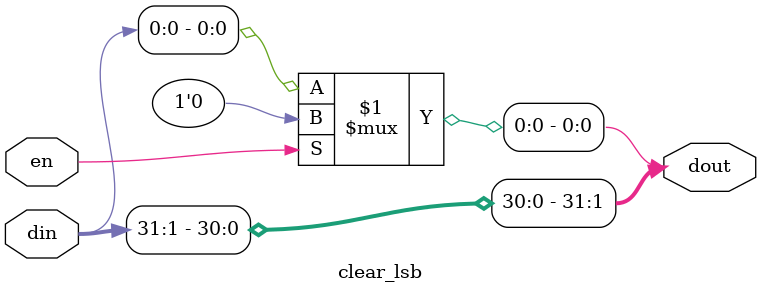
<source format=v>
`default_nettype none

module clear_lsb(input en,
                 input [31:0] din,
                 output [31:0] dout);

   assign dout = {din[31:1], en ? 1'b0 : din[0]};

endmodule // clear_lsb

</source>
